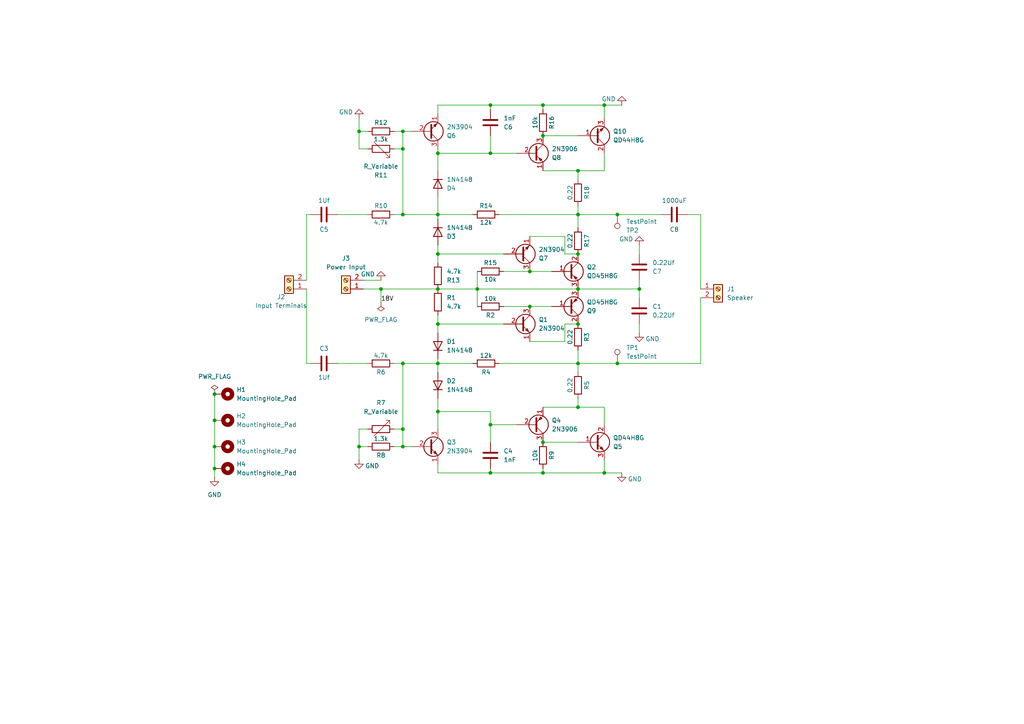
<source format=kicad_sch>
(kicad_sch (version 20231120) (generator "eeschema") (generator_version "8.0")
  (paper "A4")
  (lib_symbols
    (symbol "2N3904_1" (pin_names (offset 0) hide)
      (property "Reference" "Q10" (at 5.08 -1.2701 0))
      (property "Value" "QD44H8G" (at 5.08 1.2699 0))
      (symbol "2N3904_1_0_1"
        (polyline (pts (xy 0.635 0.635) (xy 2.54 2.54)))
        (polyline (pts (xy 0.635 -0.635) (xy 2.54 -2.54) (xy 2.54 -2.54)))
        (polyline (pts (xy 0.635 1.905) (xy 0.635 -1.905) (xy 0.635 -1.905)) (stroke (width 0.508)))
        (polyline (pts (xy 1.27 -1.778) (xy 1.778 -1.27) (xy 2.286 -2.286) (xy 1.27 -1.778) (xy 1.27 -1.778)) (fill (type outline)))
        (circle (center 1.27 0) (radius 2.8194) (stroke (width 0.254)))
      )
      (symbol "2N3904_1_1_1"
        (pin passive line (at -5.08 0 0) (length 5.715) (name "B") (number "1"))
        (pin passive line (at 2.54 5.08 270) (length 2.54) (name "C") (number "2"))
        (pin passive line (at 2.54 -5.08 90) (length 2.54) (name "E") (number "3"))
      )
    )
    (symbol "2N3906_1" (pin_names (offset 0) hide)
      (property "Reference" "Q2" (at 5.08 1.2701 0))
      (property "Value" "QD45H8G" (at 5.08 -1.2699 0))
      (symbol "2N3906_1_0_1"
        (polyline (pts (xy 0.635 0.635) (xy 2.54 2.54)))
        (polyline (pts (xy 0.635 -0.635) (xy 2.54 -2.54) (xy 2.54 -2.54)))
        (polyline (pts (xy 0.635 1.905) (xy 0.635 -1.905) (xy 0.635 -1.905)) (stroke (width 0.508)))
        (polyline (pts (xy 2.286 -1.778) (xy 1.778 -2.286) (xy 1.27 -1.27) (xy 2.286 -1.778) (xy 2.286 -1.778)) (fill (type outline)))
        (circle (center 1.27 0) (radius 2.8194) (stroke (width 0.254)))
      )
      (symbol "2N3906_1_1_1"
        (pin input line (at -5.08 0 0) (length 5.715) (name "B") (number "1"))
        (pin passive line (at 2.54 5.08 270) (length 2.54) (name "C") (number "2"))
        (pin passive line (at 2.54 -5.08 90) (length 2.54) (name "E") (number "3"))
      )
    )
    (symbol "Connector:Screw_Terminal_01x02" (pin_names (offset 1.016) hide)
      (property "Reference" "J" (at 0 2.54 0))
      (property "Value" "Screw_Terminal_01x02" (at 0 -5.08 0))
      (symbol "Screw_Terminal_01x02_1_1"
        (rectangle (start -1.27 1.27) (end 1.27 -3.81) (stroke (width 0.254)) (fill (type background)))
        (circle (center 0 -2.54) (radius 0.635) (stroke (width 0.1524)))
        (polyline (pts (xy -0.5334 -2.2098) (xy 0.3302 -3.048)) (stroke (width 0.1524)))
        (polyline (pts (xy -0.5334 0.3302) (xy 0.3302 -0.508)) (stroke (width 0.1524)))
        (polyline (pts (xy -0.3556 -2.032) (xy 0.508 -2.8702)) (stroke (width 0.1524)))
        (polyline (pts (xy -0.3556 0.508) (xy 0.508 -0.3302)) (stroke (width 0.1524)))
        (circle (center 0 0) (radius 0.635) (stroke (width 0.1524)))
        (pin passive line (at -5.08 0 0) (length 3.81) (name "Pin_1") (number "1"))
        (pin passive line (at -5.08 -2.54 0) (length 3.81) (name "Pin_2") (number "2"))
      )
    )
    (symbol "Connector:TestPoint" (pin_numbers hide) (pin_names (offset 0.762) hide)
      (property "Reference" "TP" (at 0 6.858 0))
      (property "Value" "TestPoint" (at 0 5.08 0))
      (symbol "TestPoint_0_1"
        (circle (center 0 3.302) (radius 0.762))
      )
      (symbol "TestPoint_1_1"
        (pin passive line (at 0 0 90) (length 2.54) (name "1") (number "1"))
      )
    )
    (symbol "Device:C" (pin_numbers hide) (pin_names (offset 0.254))
      (property "Reference" "C" (at 0.635 2.54 0))
      (property "Value" "C" (at 0.635 -2.54 0))
      (symbol "C_0_1"
        (polyline (pts (xy -2.032 -0.762) (xy 2.032 -0.762)) (stroke (width 0.508)))
        (polyline (pts (xy -2.032 0.762) (xy 2.032 0.762)) (stroke (width 0.508)))
      )
      (symbol "C_1_1"
        (pin passive line (at 0 3.81 270) (length 2.794) (name "~") (number "1"))
        (pin passive line (at 0 -3.81 90) (length 2.794) (name "~") (number "2"))
      )
    )
    (symbol "Device:R" (pin_numbers hide) (pin_names (offset 0))
      (property "Reference" "R" (at 2.032 0 90))
      (property "Value" "R" (at 0 0 90))
      (symbol "R_0_1"
        (rectangle (start -1.016 -2.54) (end 1.016 2.54) (stroke (width 0.254)))
      )
      (symbol "R_1_1"
        (pin passive line (at 0 3.81 270) (length 1.27) (name "~") (number "1"))
        (pin passive line (at 0 -3.81 90) (length 1.27) (name "~") (number "2"))
      )
    )
    (symbol "Device:R_Variable" (pin_numbers hide) (pin_names (offset 0))
      (property "Reference" "R" (at 2.54 -2.54 90))
      (property "Value" "R_Variable" (at -2.54 -1.27 90))
      (symbol "R_Variable_0_1"
        (rectangle (start -1.016 -2.54) (end 1.016 2.54) (stroke (width 0.254)))
        (polyline (pts (xy 2.54 1.524) (xy 2.54 2.54) (xy 1.524 2.54) (xy 2.54 2.54) (xy -2.032 -2.032)))
      )
      (symbol "R_Variable_1_1"
        (pin passive line (at 0 3.81 270) (length 1.27) (name "~") (number "1"))
        (pin passive line (at 0 -3.81 90) (length 1.27) (name "~") (number "2"))
      )
    )
    (symbol "Diode:1N4148" (pin_numbers hide) (pin_names hide)
      (property "Reference" "D" (at 0 2.54 0))
      (property "Value" "1N4148" (at 0 -2.54 0))
      (symbol "1N4148_0_1"
        (polyline (pts (xy -1.27 1.27) (xy -1.27 -1.27)) (stroke (width 0.254)))
        (polyline (pts (xy 1.27 0) (xy -1.27 0)))
        (polyline (pts (xy 1.27 1.27) (xy 1.27 -1.27) (xy -1.27 0) (xy 1.27 1.27)) (stroke (width 0.254)))
      )
      (symbol "1N4148_1_1"
        (pin passive line (at -3.81 0 0) (length 2.54) (name "K") (number "1"))
        (pin passive line (at 3.81 0 180) (length 2.54) (name "A") (number "2"))
      )
    )
    (symbol "Mechanical:MountingHole_Pad" (pin_numbers hide) (pin_names (offset 1.016) hide) (exclude_from_sim yes) (in_bom no)
      (property "Reference" "H" (at 0 6.35 0))
      (property "Value" "MountingHole_Pad" (at 0 4.445 0))
      (symbol "MountingHole_Pad_0_1"
        (circle (center 0 1.27) (radius 1.27) (stroke (width 1.27)))
      )
      (symbol "MountingHole_Pad_1_1"
        (pin input line (at 0 -2.54 90) (length 2.54) (name "1") (number "1"))
      )
    )
    (symbol "Transistor_BJT:2N3904" (pin_names (offset 0) hide)
      (property "Reference" "Q" (at 5.08 1.905 0))
      (property "Value" "2N3904" (at 5.08 0 0))
      (symbol "2N3904_0_1"
        (polyline (pts (xy 0.635 0.635) (xy 2.54 2.54)))
        (polyline (pts (xy 0.635 -0.635) (xy 2.54 -2.54) (xy 2.54 -2.54)))
        (polyline (pts (xy 0.635 1.905) (xy 0.635 -1.905) (xy 0.635 -1.905)) (stroke (width 0.508)))
        (polyline (pts (xy 1.27 -1.778) (xy 1.778 -1.27) (xy 2.286 -2.286) (xy 1.27 -1.778) (xy 1.27 -1.778)) (fill (type outline)))
        (circle (center 1.27 0) (radius 2.8194) (stroke (width 0.254)))
      )
      (symbol "2N3904_1_1"
        (pin passive line (at 2.54 -5.08 90) (length 2.54) (name "E") (number "1"))
        (pin passive line (at -5.08 0 0) (length 5.715) (name "B") (number "2"))
        (pin passive line (at 2.54 5.08 270) (length 2.54) (name "C") (number "3"))
      )
    )
    (symbol "Transistor_BJT:2N3906" (pin_names (offset 0) hide)
      (property "Reference" "Q" (at 5.08 1.905 0))
      (property "Value" "2N3906" (at 5.08 0 0))
      (symbol "2N3906_0_1"
        (polyline (pts (xy 0.635 0.635) (xy 2.54 2.54)))
        (polyline (pts (xy 0.635 -0.635) (xy 2.54 -2.54) (xy 2.54 -2.54)))
        (polyline (pts (xy 0.635 1.905) (xy 0.635 -1.905) (xy 0.635 -1.905)) (stroke (width 0.508)))
        (polyline (pts (xy 2.286 -1.778) (xy 1.778 -2.286) (xy 1.27 -1.27) (xy 2.286 -1.778) (xy 2.286 -1.778)) (fill (type outline)))
        (circle (center 1.27 0) (radius 2.8194) (stroke (width 0.254)))
      )
      (symbol "2N3906_1_1"
        (pin passive line (at 2.54 -5.08 90) (length 2.54) (name "E") (number "1"))
        (pin input line (at -5.08 0 0) (length 5.715) (name "B") (number "2"))
        (pin passive line (at 2.54 5.08 270) (length 2.54) (name "C") (number "3"))
      )
    )
    (symbol "power:GND" (power) (pin_numbers hide) (pin_names (offset 0) hide)
      (property "Value" "GND" (at 0 -3.81 0))
      (symbol "GND_0_1"
        (polyline (pts (xy 0 0) (xy 0 -1.27) (xy 1.27 -1.27) (xy 0 -2.54) (xy -1.27 -1.27) (xy 0 -1.27)))
      )
      (symbol "GND_1_1"
        (pin power_in line (at 0 0 270) (length 0) (name "~") (number "1"))
      )
    )
    (symbol "power:PWR_FLAG" (power) (pin_numbers hide) (pin_names (offset 0) hide)
      (property "Value" "PWR_FLAG" (at 0 3.81 0))
      (symbol "PWR_FLAG_0_0"
        (pin power_out line (at 0 0 90) (length 0) (name "~") (number "1"))
      )
      (symbol "PWR_FLAG_0_1"
        (polyline (pts (xy 0 0) (xy 0 1.27) (xy -1.016 1.905) (xy 0 2.54) (xy 1.016 1.905) (xy 0 1.27)))
      )
    )
  )
  (junction (at 116.84 62.23))
  (junction (at 116.84 43.18))
  (junction (at 142.24 137.16))
  (junction (at 179.07 62.23))
  (junction (at 127 119.38))
  (junction (at 116.84 38.1))
  (junction (at 62.23 129.54))
  (junction (at 116.84 129.54))
  (junction (at 153.67 78.74))
  (junction (at 142.24 123.19))
  (junction (at 127 105.41))
  (junction (at 62.23 135.89))
  (junction (at 167.64 73.66))
  (junction (at 104.14 38.1))
  (junction (at 157.48 30.48))
  (junction (at 153.67 88.9))
  (junction (at 127 73.66))
  (junction (at 157.48 39.37))
  (junction (at 127 83.82))
  (junction (at 167.64 49.53))
  (junction (at 127 62.23))
  (junction (at 157.48 137.16))
  (junction (at 62.23 114.3))
  (junction (at 127 93.98))
  (junction (at 167.64 83.82))
  (junction (at 167.64 62.23))
  (junction (at 104.14 129.54))
  (junction (at 142.24 44.45))
  (junction (at 157.48 128.27))
  (junction (at 179.07 105.41))
  (junction (at 62.23 121.92))
  (junction (at 116.84 124.46))
  (junction (at 167.64 93.98))
  (junction (at 175.26 30.48))
  (junction (at 167.64 105.41))
  (junction (at 138.43 83.82))
  (junction (at 185.42 83.82))
  (junction (at 127 44.45))
  (junction (at 142.24 30.48))
  (junction (at 110.49 83.82))
  (junction (at 175.26 137.16))
  (junction (at 116.84 105.41))
  (junction (at 167.64 118.11))
  (wire (pts (xy 104.14 38.1) (xy 104.14 34.29)))
  (wire (pts (xy 116.84 38.1) (xy 116.84 43.18)))
  (wire (pts (xy 116.84 62.23) (xy 116.84 43.18)))
  (wire (pts (xy 106.68 38.1) (xy 104.14 38.1)))
  (wire (pts (xy 175.26 133.35) (xy 175.26 137.16)))
  (wire (pts (xy 127 83.82) (xy 138.43 83.82)))
  (wire (pts (xy 146.05 88.9) (xy 153.67 88.9)))
  (wire (pts (xy 167.64 93.98) (xy 163.83 93.98)))
  (wire (pts (xy 144.78 62.23) (xy 167.64 62.23)))
  (wire (pts (xy 105.41 83.82) (xy 110.49 83.82)))
  (wire (pts (xy 142.24 135.89) (xy 142.24 137.16)))
  (wire (pts (xy 167.64 62.23) (xy 179.07 62.23)))
  (wire (pts (xy 167.64 118.11) (xy 175.26 118.11)))
  (wire (pts (xy 167.64 83.82) (xy 185.42 83.82)))
  (wire (pts (xy 142.24 123.19) (xy 142.24 128.27)))
  (wire (pts (xy 116.84 129.54) (xy 116.84 124.46)))
  (wire (pts (xy 114.3 129.54) (xy 116.84 129.54)))
  (wire (pts (xy 110.49 83.82) (xy 127 83.82)))
  (wire (pts (xy 114.3 62.23) (xy 116.84 62.23)))
  (wire (pts (xy 167.64 62.23) (xy 167.64 59.69)))
  (wire (pts (xy 146.05 78.74) (xy 153.67 78.74)))
  (wire (pts (xy 114.3 43.18) (xy 116.84 43.18)))
  (wire (pts (xy 127 76.2) (xy 127 73.66)))
  (wire (pts (xy 127 73.66) (xy 127 71.12)))
  (wire (pts (xy 106.68 43.18) (xy 104.14 43.18)))
  (wire (pts (xy 175.26 118.11) (xy 175.26 123.19)))
  (wire (pts (xy 127 49.53) (xy 127 44.45)))
  (wire (pts (xy 127 105.41) (xy 127 107.95)))
  (wire (pts (xy 142.24 44.45) (xy 149.86 44.45)))
  (wire (pts (xy 104.14 43.18) (xy 104.14 38.1)))
  (wire (pts (xy 127 105.41) (xy 127 104.14)))
  (wire (pts (xy 163.83 93.98) (xy 163.83 99.06)))
  (wire (pts (xy 153.67 68.58) (xy 163.83 68.58)))
  (wire (pts (xy 127 44.45) (xy 142.24 44.45)))
  (wire (pts (xy 104.14 124.46) (xy 104.14 129.54)))
  (wire (pts (xy 127 44.45) (xy 127 43.18)))
  (wire (pts (xy 138.43 83.82) (xy 138.43 88.9)))
  (wire (pts (xy 142.24 30.48) (xy 157.48 30.48)))
  (wire (pts (xy 167.64 73.66) (xy 163.83 73.66)))
  (wire (pts (xy 116.84 129.54) (xy 119.38 129.54)))
  (wire (pts (xy 106.68 124.46) (xy 104.14 124.46)))
  (wire (pts (xy 137.16 105.41) (xy 127 105.41)))
  (wire (pts (xy 142.24 137.16) (xy 157.48 137.16)))
  (wire (pts (xy 127 119.38) (xy 127 124.46)))
  (wire (pts (xy 114.3 38.1) (xy 116.84 38.1)))
  (wire (pts (xy 137.16 62.23) (xy 127 62.23)))
  (wire (pts (xy 203.2 86.36) (xy 203.2 105.41)))
  (wire (pts (xy 167.64 52.07) (xy 167.64 49.53)))
  (wire (pts (xy 88.9 105.41) (xy 90.17 105.41)))
  (wire (pts (xy 106.68 129.54) (xy 104.14 129.54)))
  (wire (pts (xy 127 91.44) (xy 127 93.98)))
  (wire (pts (xy 179.07 62.23) (xy 191.77 62.23)))
  (wire (pts (xy 157.48 30.48) (xy 175.26 30.48)))
  (wire (pts (xy 114.3 124.46) (xy 116.84 124.46)))
  (wire (pts (xy 62.23 129.54) (xy 62.23 135.89)))
  (wire (pts (xy 199.39 62.23) (xy 203.2 62.23)))
  (wire (pts (xy 116.84 38.1) (xy 119.38 38.1)))
  (wire (pts (xy 167.64 105.41) (xy 179.07 105.41)))
  (wire (pts (xy 175.26 137.16) (xy 180.34 137.16)))
  (wire (pts (xy 153.67 88.9) (xy 160.02 88.9)))
  (wire (pts (xy 62.23 135.89) (xy 62.23 138.43)))
  (wire (pts (xy 153.67 78.74) (xy 160.02 78.74)))
  (wire (pts (xy 127 93.98) (xy 127 96.52)))
  (wire (pts (xy 157.48 118.11) (xy 167.64 118.11)))
  (wire (pts (xy 97.79 62.23) (xy 106.68 62.23)))
  (wire (pts (xy 114.3 105.41) (xy 116.84 105.41)))
  (wire (pts (xy 127 33.02) (xy 127 30.48)))
  (wire (pts (xy 175.26 34.29) (xy 175.26 30.48)))
  (wire (pts (xy 97.79 105.41) (xy 106.68 105.41)))
  (wire (pts (xy 157.48 135.89) (xy 157.48 137.16)))
  (wire (pts (xy 104.14 129.54) (xy 104.14 133.35)))
  (wire (pts (xy 203.2 62.23) (xy 203.2 83.82)))
  (wire (pts (xy 127 62.23) (xy 127 63.5)))
  (wire (pts (xy 127 62.23) (xy 127 57.15)))
  (wire (pts (xy 88.9 62.23) (xy 88.9 81.28)))
  (wire (pts (xy 138.43 83.82) (xy 167.64 83.82)))
  (wire (pts (xy 175.26 49.53) (xy 175.26 44.45)))
  (wire (pts (xy 185.42 83.82) (xy 185.42 81.28)))
  (wire (pts (xy 142.24 44.45) (xy 142.24 39.37)))
  (wire (pts (xy 167.64 115.57) (xy 167.64 118.11)))
  (wire (pts (xy 185.42 93.98) (xy 185.42 96.52)))
  (wire (pts (xy 167.64 49.53) (xy 175.26 49.53)))
  (wire (pts (xy 157.48 128.27) (xy 167.64 128.27)))
  (wire (pts (xy 185.42 83.82) (xy 185.42 86.36)))
  (wire (pts (xy 185.42 71.12) (xy 185.42 73.66)))
  (wire (pts (xy 116.84 62.23) (xy 127 62.23)))
  (wire (pts (xy 127 93.98) (xy 146.05 93.98)))
  (wire (pts (xy 116.84 105.41) (xy 116.84 124.46)))
  (wire (pts (xy 62.23 114.3) (xy 62.23 121.92)))
  (wire (pts (xy 179.07 105.41) (xy 203.2 105.41)))
  (wire (pts (xy 175.26 30.48) (xy 180.34 30.48)))
  (wire (pts (xy 127 119.38) (xy 142.24 119.38)))
  (wire (pts (xy 167.64 105.41) (xy 167.64 107.95)))
  (wire (pts (xy 127 115.57) (xy 127 119.38)))
  (wire (pts (xy 127 73.66) (xy 146.05 73.66)))
  (wire (pts (xy 142.24 119.38) (xy 142.24 123.19)))
  (wire (pts (xy 127 134.62) (xy 127 137.16)))
  (wire (pts (xy 142.24 31.75) (xy 142.24 30.48)))
  (wire (pts (xy 127 137.16) (xy 142.24 137.16)))
  (wire (pts (xy 127 30.48) (xy 142.24 30.48)))
  (wire (pts (xy 157.48 137.16) (xy 175.26 137.16)))
  (wire (pts (xy 157.48 49.53) (xy 167.64 49.53)))
  (wire (pts (xy 153.67 99.06) (xy 163.83 99.06)))
  (wire (pts (xy 110.49 83.82) (xy 110.49 87.63)))
  (wire (pts (xy 88.9 83.82) (xy 88.9 105.41)))
  (wire (pts (xy 167.64 105.41) (xy 167.64 101.6)))
  (wire (pts (xy 105.41 81.28) (xy 110.49 81.28)))
  (wire (pts (xy 157.48 31.75) (xy 157.48 30.48)))
  (wire (pts (xy 144.78 105.41) (xy 167.64 105.41)))
  (wire (pts (xy 138.43 83.82) (xy 138.43 78.74)))
  (wire (pts (xy 88.9 62.23) (xy 90.17 62.23)))
  (wire (pts (xy 116.84 105.41) (xy 127 105.41)))
  (wire (pts (xy 62.23 121.92) (xy 62.23 129.54)))
  (wire (pts (xy 167.64 62.23) (xy 167.64 66.04)))
  (wire (pts (xy 142.24 123.19) (xy 149.86 123.19)))
  (wire (pts (xy 163.83 73.66) (xy 163.83 68.58)))
  (wire (pts (xy 157.48 39.37) (xy 167.64 39.37)))
  (label "18V" (at 110.49 87.63 0))
  (symbol (lib_name "2N3904_1") (lib_id "Transistor_BJT:2N3904") (at 172.72 128.27 0) (unit 1)
    (property "Reference" "Q5" (at 177.8 129.5401 0) (effects (justify left)))
    (property "Value" "QD44H8G" (at 177.8 127.0001 0) (effects (justify left)))
    (property "Footprint" "Package_TO_SOT_THT:TO-220-3_Vertical" (effects (hide yes)))
    (property "Datasheet" "https://www.onsemi.com/pub/Collateral/2N3903-D.PDF" (effects (hide yes)))
    (property "Description" "0.2A Ic, 40V Vce, Small Signal NPN Transistor, TO-92" (effects (hide yes)))
  )
  (symbol (lib_id "Device:C") (at 185.42 77.47 0) (mirror x) (unit 1)
    (property "Reference" "C7" (at 189.23 78.7401 0) (effects (justify left)))
    (property "Value" "0.22Uf" (at 189.23 76.2001 0) (effects (justify left)))
    (property "Footprint" "Capacitor_THT:CP_Radial_D4.0mm_P1.50mm" (effects (hide yes)))
    (property "Description" "Unpolarized capacitor" (effects (hide yes)))
  )
  (symbol (lib_id "Device:R") (at 167.64 55.88 0) (mirror x) (unit 1)
    (property "Reference" "R18" (at 170.18 55.88 90))
    (property "Value" "0.22" (at 165.354 55.88 90))
    (property "Footprint" "Resistor_THT:R_Axial_DIN0207_L6.3mm_D2.5mm_P10.16mm_Horizontal" (effects (hide yes)))
    (property "Description" "Resistor" (effects (hide yes)))
  )
  (symbol (lib_id "Device:R") (at 140.97 62.23 270) (mirror x) (unit 1)
    (property "Reference" "R14" (at 140.97 59.69 90))
    (property "Value" "12k" (at 140.97 64.516 90))
    (property "Footprint" "Resistor_THT:R_Axial_DIN0207_L6.3mm_D2.5mm_P10.16mm_Horizontal" (effects (hide yes)))
    (property "Description" "Resistor" (effects (hide yes)))
  )
  (symbol (lib_id "power:GND") (at 180.34 30.48 180) (unit 1)
    (property "Reference" "#PWR05" (effects (hide yes)))
    (property "Value" "GND" (at 176.53 28.702 0))
    (property "Description" "Power symbol creates a global label with name \"GND\" , ground" (effects (hide yes)))
  )
  (symbol (lib_id "Device:R") (at 142.24 88.9 270) (unit 1)
    (property "Reference" "R2" (at 142.24 91.44 90))
    (property "Value" "10k" (at 142.24 86.614 90))
    (property "Footprint" "Resistor_THT:R_Axial_DIN0207_L6.3mm_D2.5mm_P10.16mm_Horizontal" (effects (hide yes)))
    (property "Description" "Resistor" (effects (hide yes)))
  )
  (symbol (lib_id "Device:R") (at 110.49 105.41 270) (unit 1)
    (property "Reference" "R6" (at 110.49 107.95 90))
    (property "Value" "4.7k" (at 110.49 103.124 90))
    (property "Footprint" "Resistor_THT:R_Axial_DIN0207_L6.3mm_D2.5mm_P10.16mm_Horizontal" (effects (hide yes)))
    (property "Description" "Resistor" (effects (hide yes)))
  )
  (symbol (lib_id "power:GND") (at 185.42 71.12 180) (unit 1)
    (property "Reference" "#PWR06" (effects (hide yes)))
    (property "Value" "GND" (at 181.61 69.342 0))
    (property "Description" "Power symbol creates a global label with name \"GND\" , ground" (effects (hide yes)))
  )
  (symbol (lib_id "Device:C") (at 195.58 62.23 90) (mirror x) (unit 1)
    (property "Reference" "C8" (at 195.58 66.548 90))
    (property "Value" "1000uF" (at 195.58 58.166 90))
    (property "Footprint" "Capacitor_THT:CP_Radial_D12.5mm_P5.00mm" (effects (hide yes)))
    (property "Description" "Unpolarized capacitor" (effects (hide yes)))
  )
  (symbol (lib_id "Device:R") (at 167.64 111.76 0) (unit 1)
    (property "Reference" "R5" (at 170.18 111.76 90))
    (property "Value" "0.22" (at 165.354 111.76 90))
    (property "Footprint" "Resistor_THT:R_Axial_DIN0207_L6.3mm_D2.5mm_P10.16mm_Horizontal" (effects (hide yes)))
    (property "Description" "Resistor" (effects (hide yes)))
  )
  (symbol (lib_id "Device:C") (at 93.98 105.41 90) (unit 1)
    (property "Reference" "C3" (at 93.98 101.092 90))
    (property "Value" "1Uf" (at 93.98 109.474 90))
    (property "Footprint" "Capacitor_THT:C_Disc_D4.3mm_W1.9mm_P5.00mm" (effects (hide yes)))
    (property "Description" "Unpolarized capacitor" (effects (hide yes)))
  )
  (symbol (lib_id "Connector:TestPoint") (at 179.07 62.23 0) (mirror x) (unit 1)
    (property "Reference" "TP2" (at 181.61 66.8021 0) (effects (justify left)))
    (property "Value" "TestPoint" (at 181.61 64.2621 0) (effects (justify left)))
    (property "Footprint" "TestPoint:TestPoint_Plated_Hole_D2.0mm" (effects (hide yes)))
    (property "Description" "test point" (effects (hide yes)))
  )
  (symbol (lib_name "2N3906_1") (lib_id "Transistor_BJT:2N3906") (at 165.1 88.9 0) (mirror x) (unit 1)
    (property "Reference" "Q9" (at 170.18 90.1701 0) (effects (justify left)))
    (property "Value" "QD45H8G" (at 170.18 87.6301 0) (effects (justify left)))
    (property "Footprint" "Package_TO_SOT_THT:TO-220-3_Vertical" (effects (hide yes)))
    (property "Datasheet" "https://www.onsemi.com/pub/Collateral/2N3906-D.PDF" (effects (hide yes)))
    (property "Description" "-0.2A Ic, -40V Vce, Small Signal PNP Transistor, TO-92" (effects (hide yes)))
  )
  (symbol (lib_id "Connector:TestPoint") (at 179.07 105.41 0) (unit 1)
    (property "Reference" "TP1" (at 181.61 100.8379 0) (effects (justify left)))
    (property "Value" "TestPoint" (at 181.61 103.3779 0) (effects (justify left)))
    (property "Footprint" "TestPoint:TestPoint_Plated_Hole_D2.0mm" (effects (hide yes)))
    (property "Description" "test point" (effects (hide yes)))
  )
  (symbol (lib_id "Diode:1N4148") (at 127 53.34 90) (mirror x) (unit 1)
    (property "Reference" "D4" (at 129.54 54.6101 90) (effects (justify right)))
    (property "Value" "1N4148" (at 129.54 52.0701 90) (effects (justify right)))
    (property "Footprint" "Diode_THT:D_DO-35_SOD27_P7.62mm_Horizontal" (effects (hide yes)))
    (property "Datasheet" "https://assets.nexperia.com/documents/data-sheet/1N4148_1N4448.pdf" (effects (hide yes)))
    (property "Description" "100V 0.15A standard switching diode, DO-35" (effects (hide yes)))
    (property "Sim.Device" "D" (effects (hide yes)))
    (property "Sim.Pins" "1=K 2=A" (effects (hide yes)))
  )
  (symbol (lib_id "Device:R_Variable") (at 110.49 124.46 270) (mirror x) (unit 1)
    (property "Reference" "R7" (at 110.49 116.84 90))
    (property "Value" "R_Variable" (at 110.49 119.38 90))
    (property "Footprint" "Z_Custom_Footprints:POT_3362P" (effects (hide yes)))
    (property "Description" "Variable resistor" (effects (hide yes)))
  )
  (symbol (lib_id "Device:R") (at 127 80.01 0) (mirror x) (unit 1)
    (property "Reference" "R13" (at 129.54 81.2801 0) (effects (justify left)))
    (property "Value" "4.7k" (at 129.54 78.7401 0) (effects (justify left)))
    (property "Footprint" "Resistor_THT:R_Axial_DIN0207_L6.3mm_D2.5mm_P10.16mm_Horizontal" (effects (hide yes)))
    (property "Description" "Resistor" (effects (hide yes)))
  )
  (symbol (lib_id "Device:R") (at 110.49 62.23 270) (mirror x) (unit 1)
    (property "Reference" "R10" (at 110.49 59.69 90))
    (property "Value" "4.7k" (at 110.49 64.516 90))
    (property "Footprint" "Resistor_THT:R_Axial_DIN0207_L6.3mm_D2.5mm_P10.16mm_Horizontal" (effects (hide yes)))
    (property "Description" "Resistor" (effects (hide yes)))
  )
  (symbol (lib_id "Device:C") (at 185.42 90.17 0) (unit 1)
    (property "Reference" "C1" (at 189.23 88.8999 0) (effects (justify left)))
    (property "Value" "0.22Uf" (at 189.23 91.4399 0) (effects (justify left)))
    (property "Footprint" "Capacitor_THT:CP_Radial_D4.0mm_P1.50mm" (effects (hide yes)))
    (property "Description" "Unpolarized capacitor" (effects (hide yes)))
  )
  (symbol (lib_id "Device:R") (at 157.48 35.56 0) (mirror x) (unit 1)
    (property "Reference" "R16" (at 160.02 35.56 90))
    (property "Value" "10k" (at 155.194 35.56 90))
    (property "Footprint" "Resistor_THT:R_Axial_DIN0207_L6.3mm_D2.5mm_P10.16mm_Horizontal" (effects (hide yes)))
    (property "Description" "Resistor" (effects (hide yes)))
  )
  (symbol (lib_name "2N3904_1") (lib_id "Transistor_BJT:2N3904") (at 172.72 39.37 0) (mirror x) (unit 1)
    (property "Reference" "Q10" (at 177.8 38.0999 0) (effects (justify left)))
    (property "Value" "QD44H8G" (at 177.8 40.6399 0) (effects (justify left)))
    (property "Footprint" "Package_TO_SOT_THT:TO-220-3_Vertical" (effects (hide yes)))
    (property "Datasheet" "https://www.onsemi.com/pub/Collateral/2N3903-D.PDF" (effects (hide yes)))
    (property "Description" "0.2A Ic, 40V Vce, Small Signal NPN Transistor, TO-92" (effects (hide yes)))
  )
  (symbol (lib_id "power:GND") (at 110.49 81.28 180) (unit 1)
    (property "Reference" "#PWR07" (effects (hide yes)))
    (property "Value" "GND" (at 106.68 79.502 0))
    (property "Description" "Power symbol creates a global label with name \"GND\" , ground" (effects (hide yes)))
  )
  (symbol (lib_id "Connector:Screw_Terminal_01x02") (at 83.82 83.82 180) (unit 1)
    (property "Reference" "J2" (at 81.534 86.106 0))
    (property "Value" "Input Terminals" (at 81.534 88.646 0))
    (property "Footprint" "Z_Custom_Footprints:CONN_1935776_PXC" (effects (hide yes)))
    (property "Description" "Generic screw terminal, single row, 01x02, script generated (kicad-library-utils/schlib/autogen/connector/)" (effects (hide yes)))
  )
  (symbol (lib_id "Device:R") (at 140.97 105.41 270) (unit 1)
    (property "Reference" "R4" (at 140.97 107.95 90))
    (property "Value" "12k" (at 140.97 103.124 90))
    (property "Footprint" "Resistor_THT:R_Axial_DIN0207_L6.3mm_D2.5mm_P10.16mm_Horizontal" (effects (hide yes)))
    (property "Description" "Resistor" (effects (hide yes)))
  )
  (symbol (lib_id "Connector:Screw_Terminal_01x02") (at 100.33 83.82 180) (unit 1)
    (property "Reference" "J3" (at 100.33 74.93 0))
    (property "Value" "Power Input" (at 100.33 77.47 0))
    (property "Footprint" "Z_Custom_Footprints:CONN_1935776_PXC" (effects (hide yes)))
    (property "Description" "Generic screw terminal, single row, 01x02, script generated (kicad-library-utils/schlib/autogen/connector/)" (effects (hide yes)))
  )
  (symbol (lib_id "power:GND") (at 185.42 96.52 0) (unit 1)
    (property "Reference" "#PWR01" (effects (hide yes)))
    (property "Value" "GND" (at 189.23 98.298 0))
    (property "Description" "Power symbol creates a global label with name \"GND\" , ground" (effects (hide yes)))
  )
  (symbol (lib_id "Mechanical:MountingHole_Pad") (at 64.77 114.3 270) (unit 1) (exclude_from_sim yes) (in_bom no)
    (property "Reference" "H1" (at 68.58 113.0299 90) (effects (justify left)))
    (property "Value" "MountingHole_Pad" (at 68.58 115.5699 90) (effects (justify left)))
    (property "Footprint" "MountingHole:MountingHole_3.5mm_Pad" (effects (hide yes)))
    (property "Description" "Mounting Hole with connection" (effects (hide yes)))
  )
  (symbol (lib_id "Mechanical:MountingHole_Pad") (at 64.77 121.92 270) (unit 1) (exclude_from_sim yes) (in_bom no)
    (property "Reference" "H2" (at 68.58 120.6499 90) (effects (justify left)))
    (property "Value" "MountingHole_Pad" (at 68.58 123.1899 90) (effects (justify left)))
    (property "Footprint" "MountingHole:MountingHole_3.5mm_Pad" (effects (hide yes)))
    (property "Description" "Mounting Hole with connection" (effects (hide yes)))
  )
  (symbol (lib_id "Device:R_Variable") (at 110.49 43.18 270) (unit 1)
    (property "Reference" "R11" (at 110.49 50.8 90))
    (property "Value" "R_Variable" (at 110.49 48.26 90))
    (property "Footprint" "Z_Custom_Footprints:POT_3362P" (effects (hide yes)))
    (property "Description" "Variable resistor" (effects (hide yes)))
  )
  (symbol (lib_id "Device:R") (at 167.64 69.85 0) (mirror x) (unit 1)
    (property "Reference" "R17" (at 170.18 69.85 90))
    (property "Value" "0.22" (at 165.354 69.85 90))
    (property "Footprint" "Resistor_THT:R_Axial_DIN0207_L6.3mm_D2.5mm_P10.16mm_Horizontal" (effects (hide yes)))
    (property "Description" "Resistor" (effects (hide yes)))
  )
  (symbol (lib_id "Mechanical:MountingHole_Pad") (at 64.77 135.89 270) (unit 1) (exclude_from_sim yes) (in_bom no)
    (property "Reference" "H4" (at 68.58 134.6199 90) (effects (justify left)))
    (property "Value" "MountingHole_Pad" (at 68.58 137.1599 90) (effects (justify left)))
    (property "Footprint" "MountingHole:MountingHole_3.5mm_Pad" (effects (hide yes)))
    (property "Description" "Mounting Hole with connection" (effects (hide yes)))
  )
  (symbol (lib_id "power:GND") (at 62.23 138.43 0) (unit 1)
    (property "Reference" "#PWR09" (effects (hide yes)))
    (property "Value" "GND" (at 62.23 143.51 0))
    (property "Description" "Power symbol creates a global label with name \"GND\" , ground" (effects (hide yes)))
  )
  (symbol (lib_id "Device:C") (at 142.24 132.08 0) (unit 1)
    (property "Reference" "C4" (at 146.05 130.8099 0) (effects (justify left)))
    (property "Value" "1nF" (at 146.05 133.3499 0) (effects (justify left)))
    (property "Footprint" "Capacitor_THT:C_Disc_D3.0mm_W1.6mm_P2.50mm" (effects (hide yes)))
    (property "Description" "Unpolarized capacitor" (effects (hide yes)))
  )
  (symbol (lib_id "power:GND") (at 104.14 133.35 0) (unit 1)
    (property "Reference" "#PWR02" (effects (hide yes)))
    (property "Value" "GND" (at 107.95 135.128 0))
    (property "Description" "Power symbol creates a global label with name \"GND\" , ground" (effects (hide yes)))
  )
  (symbol (lib_id "power:PWR_FLAG") (at 110.49 87.63 180) (unit 1)
    (property "Reference" "#FLG01" (effects (hide yes)))
    (property "Value" "PWR_FLAG" (at 110.49 92.71 0))
    (property "Description" "Special symbol for telling ERC where power comes from" (effects (hide yes)))
  )
  (symbol (lib_id "Diode:1N4148") (at 127 67.31 90) (mirror x) (unit 1)
    (property "Reference" "D3" (at 129.54 68.5801 90) (effects (justify right)))
    (property "Value" "1N4148" (at 129.54 66.0401 90) (effects (justify right)))
    (property "Footprint" "Diode_THT:D_DO-35_SOD27_P7.62mm_Horizontal" (effects (hide yes)))
    (property "Datasheet" "https://assets.nexperia.com/documents/data-sheet/1N4148_1N4448.pdf" (effects (hide yes)))
    (property "Description" "100V 0.15A standard switching diode, DO-35" (effects (hide yes)))
    (property "Sim.Device" "D" (effects (hide yes)))
    (property "Sim.Pins" "1=K 2=A" (effects (hide yes)))
  )
  (symbol (lib_id "Transistor_BJT:2N3904") (at 124.46 129.54 0) (unit 1)
    (property "Reference" "Q3" (at 129.54 128.2699 0) (effects (justify left)))
    (property "Value" "2N3904" (at 129.54 130.8099 0) (effects (justify left)))
    (property "Footprint" "Package_TO_SOT_THT:TO-92_Inline" (effects (hide yes)))
    (property "Datasheet" "https://www.onsemi.com/pub/Collateral/2N3903-D.PDF" (effects (hide yes)))
    (property "Description" "0.2A Ic, 40V Vce, Small Signal NPN Transistor, TO-92" (effects (hide yes)))
  )
  (symbol (lib_id "Device:R") (at 110.49 38.1 270) (mirror x) (unit 1)
    (property "Reference" "R12" (at 110.49 35.56 90))
    (property "Value" "1.3k" (at 110.49 40.386 90))
    (property "Footprint" "Resistor_THT:R_Axial_DIN0207_L6.3mm_D2.5mm_P10.16mm_Horizontal" (effects (hide yes)))
    (property "Description" "Resistor" (effects (hide yes)))
  )
  (symbol (lib_id "Mechanical:MountingHole_Pad") (at 64.77 129.54 270) (unit 1) (exclude_from_sim yes) (in_bom no)
    (property "Reference" "H3" (at 68.58 128.2699 90) (effects (justify left)))
    (property "Value" "MountingHole_Pad" (at 68.58 130.8099 90) (effects (justify left)))
    (property "Footprint" "MountingHole:MountingHole_3.5mm_Pad" (effects (hide yes)))
    (property "Description" "Mounting Hole with connection" (effects (hide yes)))
  )
  (symbol (lib_id "Transistor_BJT:2N3904") (at 151.13 93.98 0) (unit 1)
    (property "Reference" "Q1" (at 156.21 92.7099 0) (effects (justify left)))
    (property "Value" "2N3904" (at 156.21 95.2499 0) (effects (justify left)))
    (property "Footprint" "Package_TO_SOT_THT:TO-92_Inline" (effects (hide yes)))
    (property "Datasheet" "https://www.onsemi.com/pub/Collateral/2N3903-D.PDF" (effects (hide yes)))
    (property "Description" "0.2A Ic, 40V Vce, Small Signal NPN Transistor, TO-92" (effects (hide yes)))
  )
  (symbol (lib_id "Device:C") (at 142.24 35.56 0) (mirror x) (unit 1)
    (property "Reference" "C6" (at 146.05 36.8301 0) (effects (justify left)))
    (property "Value" "1nF" (at 146.05 34.2901 0) (effects (justify left)))
    (property "Footprint" "Capacitor_THT:C_Disc_D3.0mm_W1.6mm_P2.50mm" (effects (hide yes)))
    (property "Description" "Unpolarized capacitor" (effects (hide yes)))
  )
  (symbol (lib_id "power:PWR_FLAG") (at 62.23 114.3 0) (unit 1)
    (property "Reference" "#FLG02" (effects (hide yes)))
    (property "Value" "PWR_FLAG" (at 62.23 109.22 0))
    (property "Description" "Special symbol for telling ERC where power comes from" (effects (hide yes)))
  )
  (symbol (lib_id "Device:R") (at 110.49 129.54 270) (unit 1)
    (property "Reference" "R8" (at 110.49 132.08 90))
    (property "Value" "1.3k" (at 110.49 127.254 90))
    (property "Footprint" "Resistor_THT:R_Axial_DIN0207_L6.3mm_D2.5mm_P10.16mm_Horizontal" (effects (hide yes)))
    (property "Description" "Resistor" (effects (hide yes)))
  )
  (symbol (lib_id "Transistor_BJT:2N3906") (at 154.94 123.19 0) (mirror x) (unit 1)
    (property "Reference" "Q4" (at 160.02 121.9199 0) (effects (justify left)))
    (property "Value" "2N3906" (at 160.02 124.4599 0) (effects (justify left)))
    (property "Footprint" "Package_TO_SOT_THT:TO-92_Inline" (effects (hide yes)))
    (property "Datasheet" "https://www.onsemi.com/pub/Collateral/2N3906-D.PDF" (effects (hide yes)))
    (property "Description" "-0.2A Ic, -40V Vce, Small Signal PNP Transistor, TO-92" (effects (hide yes)))
  )
  (symbol (lib_id "Device:C") (at 93.98 62.23 90) (mirror x) (unit 1)
    (property "Reference" "C5" (at 93.98 66.548 90))
    (property "Value" "1Uf" (at 93.98 58.166 90))
    (property "Footprint" "Capacitor_THT:C_Disc_D4.3mm_W1.9mm_P5.00mm" (effects (hide yes)))
    (property "Description" "Unpolarized capacitor" (effects (hide yes)))
  )
  (symbol (lib_id "Device:R") (at 157.48 132.08 0) (unit 1)
    (property "Reference" "R9" (at 160.02 132.08 90))
    (property "Value" "10k" (at 155.194 132.08 90))
    (property "Footprint" "Resistor_THT:R_Axial_DIN0207_L6.3mm_D2.5mm_P10.16mm_Horizontal" (effects (hide yes)))
    (property "Description" "Resistor" (effects (hide yes)))
  )
  (symbol (lib_id "Transistor_BJT:2N3906") (at 154.94 44.45 0) (unit 1)
    (property "Reference" "Q8" (at 160.02 45.7201 0) (effects (justify left)))
    (property "Value" "2N3906" (at 160.02 43.1801 0) (effects (justify left)))
    (property "Footprint" "Package_TO_SOT_THT:TO-92_Inline" (effects (hide yes)))
    (property "Datasheet" "https://www.onsemi.com/pub/Collateral/2N3906-D.PDF" (effects (hide yes)))
    (property "Description" "-0.2A Ic, -40V Vce, Small Signal PNP Transistor, TO-92" (effects (hide yes)))
  )
  (symbol (lib_id "Transistor_BJT:2N3904") (at 151.13 73.66 0) (mirror x) (unit 1)
    (property "Reference" "Q7" (at 156.21 74.9301 0) (effects (justify left)))
    (property "Value" "2N3904" (at 156.21 72.3901 0) (effects (justify left)))
    (property "Footprint" "Package_TO_SOT_THT:TO-92_Inline" (effects (hide yes)))
    (property "Datasheet" "https://www.onsemi.com/pub/Collateral/2N3903-D.PDF" (effects (hide yes)))
    (property "Description" "0.2A Ic, 40V Vce, Small Signal NPN Transistor, TO-92" (effects (hide yes)))
  )
  (symbol (lib_id "Connector:Screw_Terminal_01x02") (at 208.28 83.82 0) (unit 1)
    (property "Reference" "J1" (at 210.82 83.8199 0) (effects (justify left)))
    (property "Value" "Speaker" (at 210.82 86.3599 0) (effects (justify left)))
    (property "Footprint" "Z_Custom_Footprints:CONN_1935776_PXC" (effects (hide yes)))
    (property "Description" "Generic screw terminal, single row, 01x02, script generated (kicad-library-utils/schlib/autogen/connector/)" (effects (hide yes)))
  )
  (symbol (lib_id "power:GND") (at 104.14 34.29 180) (unit 1)
    (property "Reference" "#PWR04" (effects (hide yes)))
    (property "Value" "GND" (at 100.33 32.512 0))
    (property "Description" "Power symbol creates a global label with name \"GND\" , ground" (effects (hide yes)))
  )
  (symbol (lib_id "Device:R") (at 142.24 78.74 270) (mirror x) (unit 1)
    (property "Reference" "R15" (at 142.24 76.2 90))
    (property "Value" "10k" (at 142.24 81.026 90))
    (property "Footprint" "Resistor_THT:R_Axial_DIN0207_L6.3mm_D2.5mm_P10.16mm_Horizontal" (effects (hide yes)))
    (property "Description" "Resistor" (effects (hide yes)))
  )
  (symbol (lib_id "Diode:1N4148") (at 127 111.76 90) (unit 1)
    (property "Reference" "D2" (at 129.54 110.4899 90) (effects (justify right)))
    (property "Value" "1N4148" (at 129.54 113.0299 90) (effects (justify right)))
    (property "Footprint" "Diode_THT:D_DO-35_SOD27_P7.62mm_Horizontal" (effects (hide yes)))
    (property "Datasheet" "https://assets.nexperia.com/documents/data-sheet/1N4148_1N4448.pdf" (effects (hide yes)))
    (property "Description" "100V 0.15A standard switching diode, DO-35" (effects (hide yes)))
    (property "Sim.Device" "D" (effects (hide yes)))
    (property "Sim.Pins" "1=K 2=A" (effects (hide yes)))
  )
  (symbol (lib_id "Device:R") (at 167.64 97.79 0) (unit 1)
    (property "Reference" "R3" (at 170.18 97.79 90))
    (property "Value" "0.22" (at 165.354 97.79 90))
    (property "Footprint" "Resistor_THT:R_Axial_DIN0207_L6.3mm_D2.5mm_P10.16mm_Horizontal" (effects (hide yes)))
    (property "Description" "Resistor" (effects (hide yes)))
  )
  (symbol (lib_id "Diode:1N4148") (at 127 100.33 90) (unit 1)
    (property "Reference" "D1" (at 129.54 99.0599 90) (effects (justify right)))
    (property "Value" "1N4148" (at 129.54 101.5999 90) (effects (justify right)))
    (property "Footprint" "Diode_THT:D_DO-35_SOD27_P7.62mm_Horizontal" (effects (hide yes)))
    (property "Datasheet" "https://assets.nexperia.com/documents/data-sheet/1N4148_1N4448.pdf" (effects (hide yes)))
    (property "Description" "100V 0.15A standard switching diode, DO-35" (effects (hide yes)))
    (property "Sim.Device" "D" (effects (hide yes)))
    (property "Sim.Pins" "1=K 2=A" (effects (hide yes)))
  )
  (symbol (lib_id "Device:R") (at 127 87.63 0) (unit 1)
    (property "Reference" "R1" (at 129.54 86.3599 0) (effects (justify left)))
    (property "Value" "4.7k" (at 129.54 88.8999 0) (effects (justify left)))
    (property "Footprint" "Resistor_THT:R_Axial_DIN0207_L6.3mm_D2.5mm_P10.16mm_Horizontal" (effects (hide yes)))
    (property "Description" "Resistor" (effects (hide yes)))
  )
  (symbol (lib_id "Transistor_BJT:2N3904") (at 124.46 38.1 0) (mirror x) (unit 1)
    (property "Reference" "Q6" (at 129.54 39.3701 0) (effects (justify left)))
    (property "Value" "2N3904" (at 129.54 36.8301 0) (effects (justify left)))
    (property "Footprint" "Package_TO_SOT_THT:TO-92_Inline" (effects (hide yes)))
    (property "Datasheet" "https://www.onsemi.com/pub/Collateral/2N3903-D.PDF" (effects (hide yes)))
    (property "Description" "0.2A Ic, 40V Vce, Small Signal NPN Transistor, TO-92" (effects (hide yes)))
  )
  (symbol (lib_name "2N3906_1") (lib_id "Transistor_BJT:2N3906") (at 165.1 78.74 0) (unit 1)
    (property "Reference" "Q2" (at 170.18 77.4699 0) (effects (justify left)))
    (property "Value" "QD45H8G" (at 170.18 80.0099 0) (effects (justify left)))
    (property "Footprint" "Package_TO_SOT_THT:TO-220-3_Vertical" (effects (hide yes)))
    (property "Datasheet" "https://www.onsemi.com/pub/Collateral/2N3906-D.PDF" (effects (hide yes)))
    (property "Description" "-0.2A Ic, -40V Vce, Small Signal PNP Transistor, TO-92" (effects (hide yes)))
  )
  (symbol (lib_id "power:GND") (at 180.34 137.16 0) (unit 1)
    (property "Reference" "#PWR03" (effects (hide yes)))
    (property "Value" "GND" (at 184.15 138.938 0))
    (property "Description" "Power symbol creates a global label with name \"GND\" , ground" (effects (hide yes)))
  )
)
</source>
